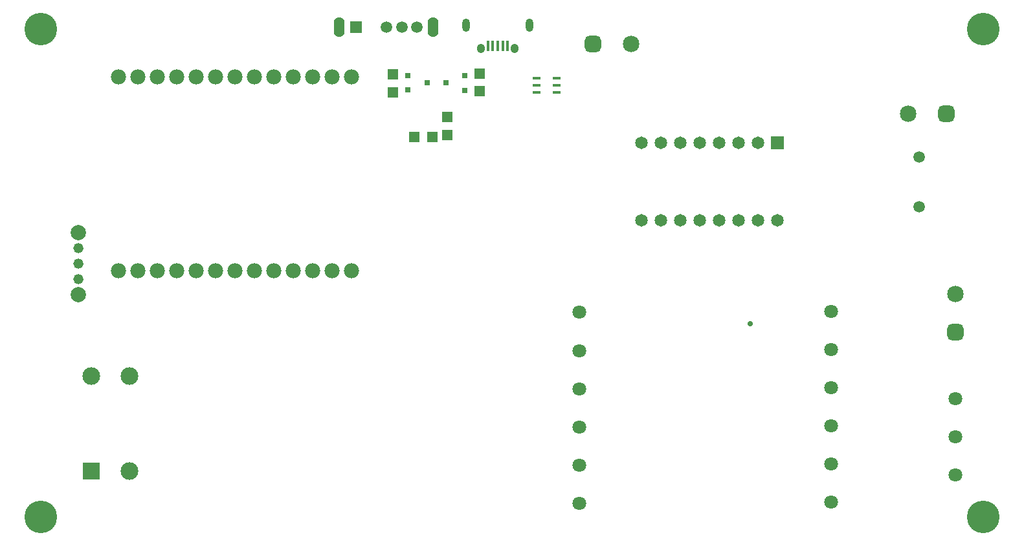
<source format=gbs>
G04*
G04 #@! TF.GenerationSoftware,Altium Limited,Altium Designer,25.5.2 (35)*
G04*
G04 Layer_Color=16711935*
%FSLAX23Y23*%
%MOIN*%
G70*
G04*
G04 #@! TF.SameCoordinates,10694D88-6559-4D2D-811B-EC1DD4263B2B*
G04*
G04*
G04 #@! TF.FilePolarity,Negative*
G04*
G01*
G75*
%ADD40R,0.053X0.053*%
%ADD42R,0.053X0.053*%
%ADD50C,0.091*%
%ADD51C,0.071*%
%ADD52C,0.085*%
G04:AMPARAMS|DCode=53|XSize=85mil|YSize=85mil|CornerRadius=23mil|HoleSize=0mil|Usage=FLASHONLY|Rotation=180.000|XOffset=0mil|YOffset=0mil|HoleType=Round|Shape=RoundedRectangle|*
%AMROUNDEDRECTD53*
21,1,0.085,0.038,0,0,180.0*
21,1,0.038,0.085,0,0,180.0*
1,1,0.046,-0.019,0.019*
1,1,0.046,0.019,0.019*
1,1,0.046,0.019,-0.019*
1,1,0.046,-0.019,-0.019*
%
%ADD53ROUNDEDRECTD53*%
G04:AMPARAMS|DCode=54|XSize=85mil|YSize=85mil|CornerRadius=23mil|HoleSize=0mil|Usage=FLASHONLY|Rotation=90.000|XOffset=0mil|YOffset=0mil|HoleType=Round|Shape=RoundedRectangle|*
%AMROUNDEDRECTD54*
21,1,0.085,0.038,0,0,90.0*
21,1,0.038,0.085,0,0,90.0*
1,1,0.046,0.019,0.019*
1,1,0.046,0.019,-0.019*
1,1,0.046,-0.019,-0.019*
1,1,0.046,-0.019,0.019*
%
%ADD54ROUNDEDRECTD54*%
%ADD55O,0.040X0.067*%
%ADD56O,0.042X0.049*%
%ADD57C,0.059*%
%ADD58O,0.056X0.103*%
%ADD59R,0.059X0.059*%
%ADD60C,0.078*%
%ADD61R,0.065X0.065*%
%ADD62C,0.065*%
%ADD63R,0.091X0.091*%
%ADD64C,0.052*%
%ADD65C,0.079*%
%ADD66C,0.028*%
%ADD67C,0.168*%
%ADD102R,0.016X0.053*%
%ADD103R,0.043X0.018*%
%ADD105R,0.028X0.026*%
D40*
X3044Y3080D02*
D03*
X3136D02*
D03*
D42*
X3215Y3181D02*
D03*
Y3089D02*
D03*
X3380Y3314D02*
D03*
Y3406D02*
D03*
X2935Y3403D02*
D03*
Y3310D02*
D03*
D50*
X1578Y1354D02*
D03*
Y1846D02*
D03*
X1382D02*
D03*
D51*
X5830Y1335D02*
D03*
X5190Y2179D02*
D03*
Y1982D02*
D03*
Y1785D02*
D03*
Y1588D02*
D03*
Y1391D02*
D03*
Y1194D02*
D03*
X3895Y2174D02*
D03*
Y1977D02*
D03*
Y1780D02*
D03*
Y1583D02*
D03*
Y1386D02*
D03*
Y1189D02*
D03*
X5830Y1729D02*
D03*
Y1532D02*
D03*
D52*
X4162Y3560D02*
D03*
X5830Y2268D02*
D03*
X5587Y3200D02*
D03*
D53*
X5783D02*
D03*
X3965Y3560D02*
D03*
D54*
X5830Y2072D02*
D03*
D55*
X3309Y3655D02*
D03*
X3638D02*
D03*
D56*
X3561Y3537D02*
D03*
X3386D02*
D03*
D57*
X2979Y3645D02*
D03*
X2900D02*
D03*
X3057D02*
D03*
X5645Y2720D02*
D03*
Y2976D02*
D03*
D58*
X2658Y3645D02*
D03*
X3142D02*
D03*
D59*
X2743D02*
D03*
D60*
X1520Y2390D02*
D03*
X1620D02*
D03*
X1720D02*
D03*
X1820D02*
D03*
X1920D02*
D03*
X2020D02*
D03*
X2120D02*
D03*
X2220D02*
D03*
X2320D02*
D03*
X2420D02*
D03*
X2520D02*
D03*
X2620D02*
D03*
X2720D02*
D03*
X1520Y3390D02*
D03*
X1620D02*
D03*
X1720D02*
D03*
X1820D02*
D03*
X1920D02*
D03*
X2020D02*
D03*
X2120D02*
D03*
X2220D02*
D03*
X2320D02*
D03*
X2420D02*
D03*
X2520D02*
D03*
X2620D02*
D03*
X2720D02*
D03*
D61*
X4915Y3050D02*
D03*
D62*
X4815D02*
D03*
X4715D02*
D03*
X4615D02*
D03*
X4515D02*
D03*
X4415D02*
D03*
X4315D02*
D03*
X4215D02*
D03*
Y2650D02*
D03*
X4315D02*
D03*
X4415D02*
D03*
X4515D02*
D03*
X4615D02*
D03*
X4715D02*
D03*
X4815D02*
D03*
X4915D02*
D03*
D63*
X1382Y1354D02*
D03*
D64*
X1315Y2346D02*
D03*
Y2425D02*
D03*
Y2504D02*
D03*
D65*
Y2264D02*
D03*
Y2586D02*
D03*
D66*
X4775Y2115D02*
D03*
D67*
X5975Y3635D02*
D03*
Y1120D02*
D03*
X1120D02*
D03*
Y3635D02*
D03*
D102*
X3525Y3550D02*
D03*
X3499D02*
D03*
X3474D02*
D03*
X3448D02*
D03*
X3423D02*
D03*
D103*
X3674Y3345D02*
D03*
X3776Y3308D02*
D03*
Y3345D02*
D03*
Y3382D02*
D03*
X3674D02*
D03*
Y3308D02*
D03*
D105*
X3305Y3395D02*
D03*
Y3320D02*
D03*
X3207Y3358D02*
D03*
X3011Y3323D02*
D03*
Y3397D02*
D03*
X3109Y3360D02*
D03*
M02*

</source>
